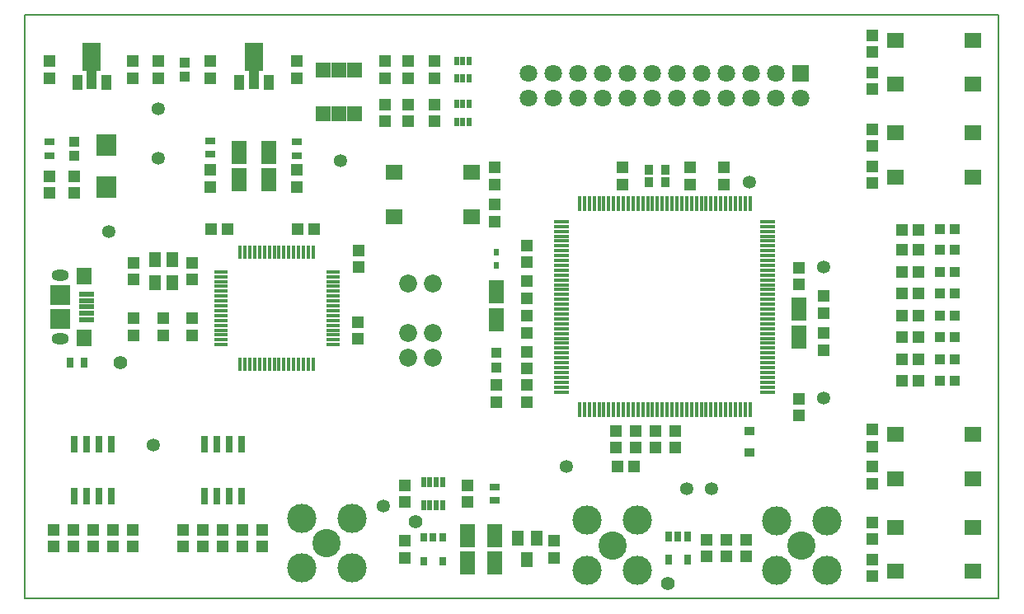
<source format=gts>
G04 Layer_Color=8388736*
%FSLAX44Y44*%
%MOMM*%
G71*
G01*
G75*
%ADD47C,0.1270*%
%ADD64R,1.2032X1.3032*%
%ADD65R,1.3032X1.2032*%
%ADD66C,1.3532*%
%ADD67R,0.7032X1.1032*%
%ADD68R,1.5032X1.5032*%
%ADD69R,1.7532X1.5032*%
%ADD70R,0.4532X1.6032*%
%ADD71R,1.6032X0.4532*%
%ADD72R,0.8032X1.8032*%
%ADD73R,0.6032X0.6832*%
%ADD74R,1.0032X1.0032*%
%ADD75R,0.5032X0.8632*%
%ADD76R,1.3032X1.5032*%
%ADD77R,1.5532X2.4032*%
%ADD78R,2.1032X2.1032*%
%ADD79R,1.6032X1.8032*%
%ADD80R,1.5532X0.6032*%
%ADD81R,1.0032X1.0032*%
%ADD82R,2.0032X2.3032*%
%ADD83R,1.0032X0.8032*%
%ADD84R,1.9032X2.9032*%
%ADD85R,1.1032X1.5032*%
%ADD86R,1.1032X2.1032*%
%ADD87R,0.9032X1.0032*%
%ADD88R,1.4032X0.4232*%
%ADD89R,0.4232X1.4032*%
%ADD90R,1.0332X0.8332*%
%ADD91R,1.2032X1.6032*%
%ADD92R,0.7032X0.9032*%
%ADD93R,0.6032X1.1032*%
%ADD94R,0.8032X1.0032*%
%ADD95C,2.9032*%
%ADD96C,3.0032*%
%ADD97C,1.8034*%
%ADD98R,1.8034X1.8034*%
%ADD99O,1.8032X1.1032*%
%ADD100C,1.8432*%
%ADD101C,1.4032*%
D47*
X0Y0D02*
Y600000D01*
X1000000D01*
Y0D02*
Y600000D01*
X0Y0D02*
X1000000D01*
D64*
X607060Y155330D02*
D03*
Y172330D02*
D03*
X627380Y155330D02*
D03*
Y172330D02*
D03*
X699770Y43570D02*
D03*
Y60570D02*
D03*
X683260Y442840D02*
D03*
Y425840D02*
D03*
X482600Y387740D02*
D03*
Y404740D02*
D03*
X182880Y70730D02*
D03*
Y53730D02*
D03*
X482600Y425840D02*
D03*
Y442840D02*
D03*
X483870Y219320D02*
D03*
Y202320D02*
D03*
X869950Y444110D02*
D03*
Y427110D02*
D03*
Y540630D02*
D03*
Y523630D02*
D03*
Y561730D02*
D03*
Y578730D02*
D03*
Y156600D02*
D03*
Y173600D02*
D03*
Y61350D02*
D03*
Y78350D02*
D03*
Y40250D02*
D03*
Y23250D02*
D03*
X393700Y535060D02*
D03*
Y552060D02*
D03*
X369570Y535060D02*
D03*
Y552060D02*
D03*
X420370Y535060D02*
D03*
Y552060D02*
D03*
Y490610D02*
D03*
Y507610D02*
D03*
X393700Y490610D02*
D03*
Y507610D02*
D03*
X369570Y507610D02*
D03*
Y490610D02*
D03*
X613410Y442840D02*
D03*
Y425840D02*
D03*
X515620Y345830D02*
D03*
Y362830D02*
D03*
X668020Y155330D02*
D03*
Y172330D02*
D03*
X795020Y188350D02*
D03*
Y205350D02*
D03*
X171450Y287900D02*
D03*
Y270900D02*
D03*
X341630Y267090D02*
D03*
Y284090D02*
D03*
X190500Y423300D02*
D03*
Y440300D02*
D03*
X279400Y423300D02*
D03*
Y440300D02*
D03*
X342900Y340750D02*
D03*
Y357750D02*
D03*
X111760Y328050D02*
D03*
Y345050D02*
D03*
X171450Y328050D02*
D03*
Y345050D02*
D03*
X69850Y70730D02*
D03*
Y53730D02*
D03*
X869950Y465210D02*
D03*
Y482210D02*
D03*
X25400Y433950D02*
D03*
Y416950D02*
D03*
X110490Y552060D02*
D03*
Y535060D02*
D03*
X190500Y552060D02*
D03*
Y535060D02*
D03*
X279400Y552060D02*
D03*
Y535060D02*
D03*
X25400Y535060D02*
D03*
Y552060D02*
D03*
X111760Y287900D02*
D03*
Y270900D02*
D03*
X141605D02*
D03*
Y287900D02*
D03*
X29210Y70730D02*
D03*
Y53730D02*
D03*
X49530Y53730D02*
D03*
Y70730D02*
D03*
X110490Y70730D02*
D03*
Y53730D02*
D03*
X90170Y70730D02*
D03*
Y53730D02*
D03*
X869950Y135500D02*
D03*
Y118500D02*
D03*
X50800Y433950D02*
D03*
Y416950D02*
D03*
X137160Y552060D02*
D03*
Y535060D02*
D03*
X795020Y322970D02*
D03*
Y339970D02*
D03*
X647733Y172330D02*
D03*
Y155330D02*
D03*
X515620Y202320D02*
D03*
Y219320D02*
D03*
Y326000D02*
D03*
Y309000D02*
D03*
X515469Y273440D02*
D03*
Y290440D02*
D03*
X820420Y310760D02*
D03*
Y293760D02*
D03*
Y272660D02*
D03*
Y255660D02*
D03*
X717550Y425840D02*
D03*
Y442840D02*
D03*
X515620Y253610D02*
D03*
Y236610D02*
D03*
X203200Y70730D02*
D03*
Y53730D02*
D03*
X223520Y53730D02*
D03*
Y70730D02*
D03*
X162560Y53730D02*
D03*
Y70730D02*
D03*
X243840Y70730D02*
D03*
Y53730D02*
D03*
X543560Y42300D02*
D03*
Y59300D02*
D03*
X454660Y99450D02*
D03*
Y116450D02*
D03*
X389890Y99450D02*
D03*
Y116450D02*
D03*
Y42300D02*
D03*
Y59300D02*
D03*
X740410Y43570D02*
D03*
Y60570D02*
D03*
X720090Y60570D02*
D03*
Y43570D02*
D03*
D65*
X608720Y135890D02*
D03*
X625720D02*
D03*
X190890Y379730D02*
D03*
X207890D02*
D03*
X279790D02*
D03*
X296790D02*
D03*
X900820Y223520D02*
D03*
X917820D02*
D03*
X900820Y246017D02*
D03*
X917820D02*
D03*
X900820Y268514D02*
D03*
X917820D02*
D03*
X900820Y291011D02*
D03*
X917820D02*
D03*
X900820Y313508D02*
D03*
X917820D02*
D03*
X900820Y336006D02*
D03*
X917820D02*
D03*
X900820Y358503D02*
D03*
X917820D02*
D03*
X900820Y378558D02*
D03*
X917820D02*
D03*
D66*
X679450Y113030D02*
D03*
X820420Y205740D02*
D03*
Y340360D02*
D03*
X744220Y427990D02*
D03*
X85926Y377190D02*
D03*
X323850Y449580D02*
D03*
X368300Y95250D02*
D03*
X556260Y135890D02*
D03*
X137160Y452120D02*
D03*
Y502920D02*
D03*
X132080Y157480D02*
D03*
X704850Y113030D02*
D03*
D67*
X680060Y63570D02*
D03*
X670560D02*
D03*
X661060D02*
D03*
Y40570D02*
D03*
X680060D02*
D03*
D68*
X338580Y498200D02*
D03*
X322580D02*
D03*
X306580D02*
D03*
Y543200D02*
D03*
X322580D02*
D03*
X338580D02*
D03*
D69*
X379350Y437790D02*
D03*
X458850D02*
D03*
X379350Y392790D02*
D03*
X458850D02*
D03*
X973200Y528680D02*
D03*
X893700D02*
D03*
X973200Y573680D02*
D03*
X893700D02*
D03*
X973200Y433430D02*
D03*
X893700D02*
D03*
X973200Y478430D02*
D03*
X893700D02*
D03*
X973200Y123550D02*
D03*
X893700D02*
D03*
X973200Y168550D02*
D03*
X893700D02*
D03*
X973200Y28300D02*
D03*
X893700D02*
D03*
X973200Y73300D02*
D03*
X893700D02*
D03*
D70*
X744458Y406000D02*
D03*
X739458D02*
D03*
X734458D02*
D03*
X729458D02*
D03*
X724458D02*
D03*
X719458D02*
D03*
X714458D02*
D03*
X709458D02*
D03*
X704458D02*
D03*
X699458D02*
D03*
X694458D02*
D03*
X689458D02*
D03*
X684458D02*
D03*
X679458D02*
D03*
X674458D02*
D03*
X669458D02*
D03*
X664458D02*
D03*
X659458D02*
D03*
X654458D02*
D03*
X649458D02*
D03*
X644458D02*
D03*
X639459D02*
D03*
X634459D02*
D03*
X629459D02*
D03*
X624459D02*
D03*
X619459D02*
D03*
X614459D02*
D03*
X609459D02*
D03*
X604459D02*
D03*
X599459D02*
D03*
X594459D02*
D03*
X589459D02*
D03*
X584459D02*
D03*
X579459D02*
D03*
X574459D02*
D03*
X569459D02*
D03*
Y194000D02*
D03*
X574459D02*
D03*
X579459D02*
D03*
X584459D02*
D03*
X589459D02*
D03*
X594459D02*
D03*
X599459D02*
D03*
X604459D02*
D03*
X609459D02*
D03*
X614459D02*
D03*
X619459D02*
D03*
X624459D02*
D03*
X629459D02*
D03*
X634459D02*
D03*
X639459D02*
D03*
X644458D02*
D03*
X649458D02*
D03*
X654458D02*
D03*
X659458D02*
D03*
X664458D02*
D03*
X669458D02*
D03*
X674458D02*
D03*
X679458D02*
D03*
X684458D02*
D03*
X689458D02*
D03*
X694458D02*
D03*
X699458D02*
D03*
X704458D02*
D03*
X709458D02*
D03*
X714458D02*
D03*
X719458D02*
D03*
X724458D02*
D03*
X729458D02*
D03*
X734458D02*
D03*
X739458D02*
D03*
X744458D02*
D03*
D71*
X550959Y387500D02*
D03*
Y382500D02*
D03*
Y377500D02*
D03*
Y372500D02*
D03*
Y367500D02*
D03*
Y362500D02*
D03*
Y357500D02*
D03*
Y352500D02*
D03*
Y347500D02*
D03*
Y342500D02*
D03*
Y337500D02*
D03*
Y332500D02*
D03*
Y327500D02*
D03*
Y322500D02*
D03*
Y317500D02*
D03*
Y312500D02*
D03*
Y307500D02*
D03*
Y302500D02*
D03*
Y297500D02*
D03*
Y292500D02*
D03*
Y287500D02*
D03*
Y282500D02*
D03*
Y277500D02*
D03*
Y272500D02*
D03*
Y267500D02*
D03*
Y262500D02*
D03*
Y257500D02*
D03*
Y252500D02*
D03*
Y247500D02*
D03*
Y242500D02*
D03*
Y237500D02*
D03*
Y232500D02*
D03*
Y227500D02*
D03*
Y222500D02*
D03*
Y217500D02*
D03*
Y212500D02*
D03*
X762959D02*
D03*
Y217500D02*
D03*
Y222500D02*
D03*
Y227500D02*
D03*
Y232500D02*
D03*
Y237500D02*
D03*
Y242500D02*
D03*
Y247500D02*
D03*
Y252500D02*
D03*
Y257500D02*
D03*
Y262500D02*
D03*
Y267500D02*
D03*
Y272500D02*
D03*
Y277500D02*
D03*
Y282500D02*
D03*
Y287500D02*
D03*
Y292500D02*
D03*
Y297500D02*
D03*
Y302500D02*
D03*
Y307500D02*
D03*
Y312500D02*
D03*
Y317500D02*
D03*
Y322500D02*
D03*
Y327500D02*
D03*
Y332500D02*
D03*
Y337500D02*
D03*
Y342500D02*
D03*
Y347500D02*
D03*
Y352500D02*
D03*
Y357500D02*
D03*
Y362500D02*
D03*
Y367500D02*
D03*
Y372500D02*
D03*
Y377500D02*
D03*
Y382500D02*
D03*
Y387500D02*
D03*
D72*
X222250Y105080D02*
D03*
X209550D02*
D03*
X196850D02*
D03*
X184150D02*
D03*
Y159080D02*
D03*
X196850D02*
D03*
X209550D02*
D03*
X222250D02*
D03*
X88900Y105080D02*
D03*
X76200D02*
D03*
X63500D02*
D03*
X50800D02*
D03*
Y159080D02*
D03*
X63500D02*
D03*
X76200D02*
D03*
X88900D02*
D03*
D73*
X483870Y342650D02*
D03*
Y355850D02*
D03*
D74*
Y252610D02*
D03*
Y237610D02*
D03*
X50800Y469780D02*
D03*
Y454780D02*
D03*
X163830Y536060D02*
D03*
Y551060D02*
D03*
D75*
X456080Y534360D02*
D03*
X449580D02*
D03*
X443080D02*
D03*
Y552760D02*
D03*
X449580D02*
D03*
X456080D02*
D03*
Y489910D02*
D03*
X449580D02*
D03*
X443080D02*
D03*
Y508310D02*
D03*
X449580D02*
D03*
X456080D02*
D03*
D76*
X151240Y348050D02*
D03*
Y325050D02*
D03*
X133240D02*
D03*
Y348050D02*
D03*
D77*
X219760Y430400D02*
D03*
X219660Y458600D02*
D03*
X250240Y430400D02*
D03*
X250140Y458600D02*
D03*
X483920Y286890D02*
D03*
X483820Y315090D02*
D03*
X795031Y269110D02*
D03*
X794931Y297310D02*
D03*
X482650Y36700D02*
D03*
X482550Y64900D02*
D03*
X454710Y36700D02*
D03*
X454610Y64900D02*
D03*
D78*
X36155Y287720D02*
D03*
Y311720D02*
D03*
D79*
X60655Y267720D02*
D03*
Y331720D02*
D03*
D80*
X62905Y286720D02*
D03*
Y293220D02*
D03*
Y299720D02*
D03*
Y306220D02*
D03*
Y312720D02*
D03*
D81*
X954920Y223520D02*
D03*
X939920D02*
D03*
X954920Y246017D02*
D03*
X939920D02*
D03*
X954920Y268514D02*
D03*
X939920D02*
D03*
X954920Y291011D02*
D03*
X939920D02*
D03*
X954920Y313508D02*
D03*
X939920D02*
D03*
X954920Y336006D02*
D03*
X939920D02*
D03*
X954920Y358503D02*
D03*
X939920D02*
D03*
X954920Y379857D02*
D03*
X939920D02*
D03*
D82*
X83820Y466500D02*
D03*
Y422500D02*
D03*
D83*
X279400Y469280D02*
D03*
Y455280D02*
D03*
X190500Y470550D02*
D03*
Y456550D02*
D03*
X25400Y455280D02*
D03*
Y469280D02*
D03*
X482600Y114950D02*
D03*
Y100950D02*
D03*
D84*
X234950Y556560D02*
D03*
X68580D02*
D03*
D85*
X249950Y530560D02*
D03*
X219950D02*
D03*
X83580D02*
D03*
X53580D02*
D03*
D86*
X234950Y533560D02*
D03*
X68580D02*
D03*
D87*
X657220Y440590D02*
D03*
X640720D02*
D03*
Y428090D02*
D03*
X657220D02*
D03*
D88*
X201343Y335950D02*
D03*
Y330950D02*
D03*
Y325950D02*
D03*
Y320950D02*
D03*
Y315950D02*
D03*
Y310950D02*
D03*
Y305950D02*
D03*
Y300950D02*
D03*
Y295950D02*
D03*
Y290950D02*
D03*
Y285950D02*
D03*
Y280950D02*
D03*
Y275950D02*
D03*
Y270950D02*
D03*
Y265950D02*
D03*
Y260950D02*
D03*
X316343D02*
D03*
Y265950D02*
D03*
Y270950D02*
D03*
Y275950D02*
D03*
Y280950D02*
D03*
Y285950D02*
D03*
Y290950D02*
D03*
Y295950D02*
D03*
Y300950D02*
D03*
Y305950D02*
D03*
Y310950D02*
D03*
Y315950D02*
D03*
Y320950D02*
D03*
Y325950D02*
D03*
Y330950D02*
D03*
Y335950D02*
D03*
D89*
X220844Y240950D02*
D03*
X225844D02*
D03*
X230844D02*
D03*
X235844D02*
D03*
X240844D02*
D03*
X245844D02*
D03*
X250844D02*
D03*
X255844D02*
D03*
X260844D02*
D03*
X265844D02*
D03*
X270844D02*
D03*
X275844D02*
D03*
X280844D02*
D03*
X285844D02*
D03*
X290844D02*
D03*
X295844D02*
D03*
Y355950D02*
D03*
X290844D02*
D03*
X285844D02*
D03*
X280844D02*
D03*
X270844D02*
D03*
X265844D02*
D03*
X260844D02*
D03*
X255844D02*
D03*
X250844D02*
D03*
X245844D02*
D03*
X240844D02*
D03*
X235844D02*
D03*
X230844D02*
D03*
X225844D02*
D03*
X220844D02*
D03*
X275844D02*
D03*
D90*
X744220Y172440D02*
D03*
Y150140D02*
D03*
D91*
X515620Y39800D02*
D03*
X506120Y61800D02*
D03*
X525120D02*
D03*
D92*
X428600Y38550D02*
D03*
X409600D02*
D03*
Y63050D02*
D03*
X419100D02*
D03*
X428600D02*
D03*
D93*
X428850Y119950D02*
D03*
X422350D02*
D03*
X415850D02*
D03*
X409350D02*
D03*
Y95950D02*
D03*
X415850D02*
D03*
X422350D02*
D03*
X428850D02*
D03*
D94*
X60340Y242570D02*
D03*
X46340D02*
D03*
D95*
X309880Y57150D02*
D03*
X797493Y54610D02*
D03*
X603250Y54917D02*
D03*
D96*
X284130Y31400D02*
D03*
X335630D02*
D03*
X284130Y82900D02*
D03*
X335630D02*
D03*
X771743Y28860D02*
D03*
X823243D02*
D03*
X771743Y80360D02*
D03*
X823243D02*
D03*
X629000Y80667D02*
D03*
X577500D02*
D03*
X629000Y29167D02*
D03*
X577500D02*
D03*
D97*
X567690Y514350D02*
D03*
Y539750D02*
D03*
X593090Y514350D02*
D03*
Y539750D02*
D03*
X618490Y514350D02*
D03*
Y539750D02*
D03*
X643890Y514350D02*
D03*
Y539750D02*
D03*
X669290Y514350D02*
D03*
Y539750D02*
D03*
X694690Y514350D02*
D03*
Y539750D02*
D03*
X720090Y514350D02*
D03*
Y539750D02*
D03*
X745490Y514350D02*
D03*
Y539750D02*
D03*
X770890Y514350D02*
D03*
Y539750D02*
D03*
X796290Y514350D02*
D03*
X516890D02*
D03*
Y539750D02*
D03*
X542290Y514350D02*
D03*
Y539750D02*
D03*
D98*
X796290D02*
D03*
D99*
X36155Y266720D02*
D03*
Y332720D02*
D03*
D100*
X393700Y323850D02*
D03*
X419100D02*
D03*
X393700Y247650D02*
D03*
X419100D02*
D03*
Y273050D02*
D03*
X393700D02*
D03*
D101*
X97790Y242570D02*
D03*
X401320Y78740D02*
D03*
X660400Y15240D02*
D03*
M02*

</source>
